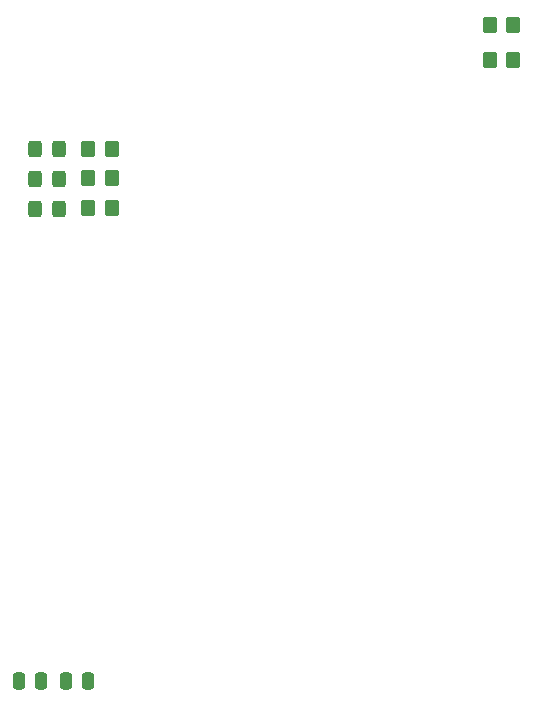
<source format=gbr>
%TF.GenerationSoftware,KiCad,Pcbnew,9.0.0*%
%TF.CreationDate,2025-04-12T19:30:55-04:00*%
%TF.ProjectId,phoenix_v1,70686f65-6e69-4785-9f76-312e6b696361,v2*%
%TF.SameCoordinates,Original*%
%TF.FileFunction,Paste,Top*%
%TF.FilePolarity,Positive*%
%FSLAX46Y46*%
G04 Gerber Fmt 4.6, Leading zero omitted, Abs format (unit mm)*
G04 Created by KiCad (PCBNEW 9.0.0) date 2025-04-12 19:30:55*
%MOMM*%
%LPD*%
G01*
G04 APERTURE LIST*
G04 Aperture macros list*
%AMRoundRect*
0 Rectangle with rounded corners*
0 $1 Rounding radius*
0 $2 $3 $4 $5 $6 $7 $8 $9 X,Y pos of 4 corners*
0 Add a 4 corners polygon primitive as box body*
4,1,4,$2,$3,$4,$5,$6,$7,$8,$9,$2,$3,0*
0 Add four circle primitives for the rounded corners*
1,1,$1+$1,$2,$3*
1,1,$1+$1,$4,$5*
1,1,$1+$1,$6,$7*
1,1,$1+$1,$8,$9*
0 Add four rect primitives between the rounded corners*
20,1,$1+$1,$2,$3,$4,$5,0*
20,1,$1+$1,$4,$5,$6,$7,0*
20,1,$1+$1,$6,$7,$8,$9,0*
20,1,$1+$1,$8,$9,$2,$3,0*%
G04 Aperture macros list end*
%ADD10RoundRect,0.250000X-0.325000X-0.450000X0.325000X-0.450000X0.325000X0.450000X-0.325000X0.450000X0*%
%ADD11RoundRect,0.250000X0.250000X0.475000X-0.250000X0.475000X-0.250000X-0.475000X0.250000X-0.475000X0*%
%ADD12RoundRect,0.250000X0.350000X0.450000X-0.350000X0.450000X-0.350000X-0.450000X0.350000X-0.450000X0*%
%ADD13RoundRect,0.250000X-0.350000X-0.450000X0.350000X-0.450000X0.350000X0.450000X-0.350000X0.450000X0*%
G04 APERTURE END LIST*
D10*
%TO.C,D2*%
X119975000Y-76500000D03*
X122025000Y-76500000D03*
%TD*%
D11*
%TO.C,C1*%
X124500000Y-119000000D03*
X122600000Y-119000000D03*
%TD*%
D12*
%TO.C,R2*%
X126500000Y-76460000D03*
X124500000Y-76460000D03*
%TD*%
D11*
%TO.C,C2*%
X120500000Y-119000000D03*
X118600000Y-119000000D03*
%TD*%
D12*
%TO.C,R3*%
X126500000Y-79000000D03*
X124500000Y-79000000D03*
%TD*%
D10*
%TO.C,D3*%
X119975000Y-79080000D03*
X122025000Y-79080000D03*
%TD*%
D13*
%TO.C,R5*%
X158500000Y-66450000D03*
X160500000Y-66450000D03*
%TD*%
%TO.C,R4*%
X158500000Y-63500000D03*
X160500000Y-63500000D03*
%TD*%
D10*
%TO.C,D1*%
X119975000Y-74000000D03*
X122025000Y-74000000D03*
%TD*%
D12*
%TO.C,R1*%
X126500000Y-74000000D03*
X124500000Y-74000000D03*
%TD*%
M02*

</source>
